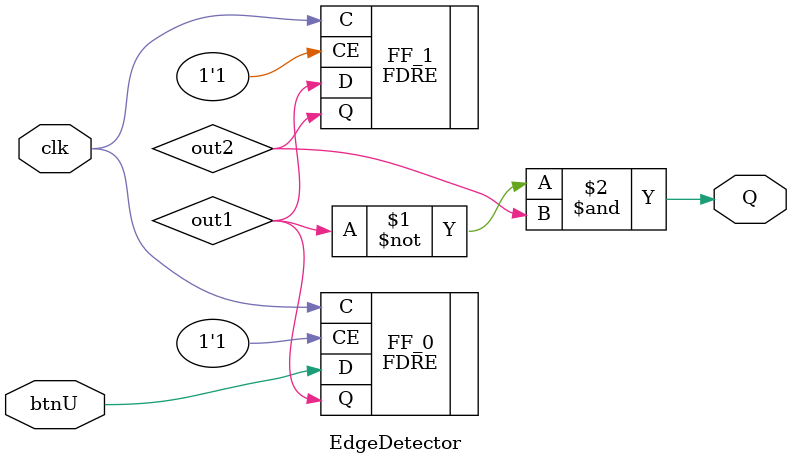
<source format=v>
`timescale 1ns / 1ps


module EdgeDetector(
    input btnU,
    //input sw,
    input clk,
    output Q
    );
    wire out1, out2;
    FDRE #(.INIT(1'b0)) FF_0 (.C(clk), .CE(1'b1), .D(btnU), .Q(out1));
    FDRE #(.INIT(1'b0)) FF_1 (.C(clk), .CE(1'b1), .D(out1), .Q(out2));
    
    //assign Q = ~out1 & btnU & sw;
    assign Q = ~out1 & out2;
endmodule

</source>
